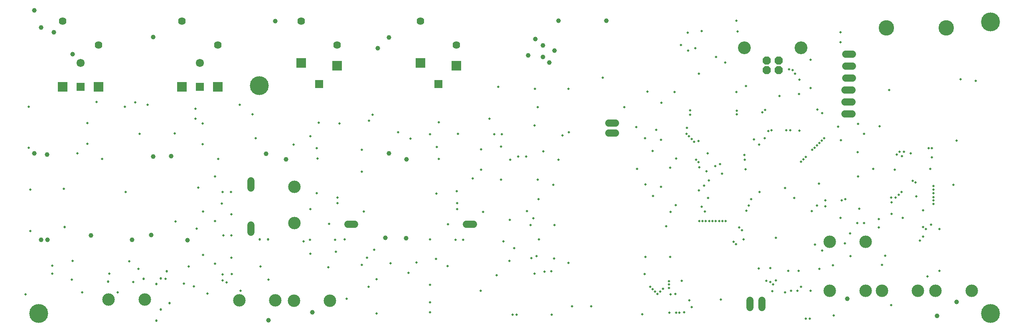
<source format=gbr>
G04 EAGLE Gerber RS-274X export*
G75*
%MOMM*%
%FSLAX34Y34*%
%LPD*%
%INSoldermask Bottom*%
%IPPOS*%
%AMOC8*
5,1,8,0,0,1.08239X$1,22.5*%
G01*
%ADD10C,4.020000*%
%ADD11R,2.120000X2.120000*%
%ADD12R,1.720000X1.720000*%
%ADD13C,1.620000*%
%ADD14C,1.720000*%
%ADD15C,1.520000*%
%ADD16P,1.836166X8X202.500000*%
%ADD17C,2.720000*%
%ADD18C,2.648900*%
%ADD19C,3.270000*%
%ADD20C,0.470000*%
%ADD21C,0.980000*%
%ADD22C,0.520000*%


D10*
X2060000Y660000D03*
X508000Y525000D03*
X40000Y40000D03*
X2060000Y40000D03*
D11*
X673100Y566650D03*
D12*
X635000Y528500D03*
D11*
X596900Y573000D03*
D13*
X596900Y661900D03*
X673100Y611100D03*
D14*
X129000Y573000D03*
D11*
X90900Y522200D03*
D12*
X129000Y522200D03*
D11*
X167100Y522200D03*
D13*
X90900Y662000D03*
X167100Y611100D03*
D11*
X926100Y566650D03*
D12*
X888000Y528500D03*
D11*
X849900Y573000D03*
D13*
X849900Y661900D03*
X926100Y611100D03*
D14*
X382000Y573000D03*
D11*
X343900Y522200D03*
D12*
X382000Y522200D03*
D11*
X420100Y522200D03*
D13*
X343900Y662000D03*
X420100Y611100D03*
D15*
X695900Y230000D02*
X710900Y230000D01*
X947700Y230000D02*
X962700Y230000D01*
X490800Y228500D02*
X490800Y213500D01*
X490600Y307500D02*
X490600Y322500D01*
D16*
X1585500Y557900D03*
X1610500Y557900D03*
X1610500Y577900D03*
X1585500Y577900D03*
D17*
X1658000Y605000D03*
X1538000Y605000D03*
D18*
X658304Y67078D03*
X581596Y67078D03*
X1906304Y89078D03*
X1829596Y89078D03*
D19*
X1966500Y647500D03*
X1839500Y647500D03*
D18*
X2020304Y89078D03*
X1943596Y89078D03*
D15*
X1550000Y68500D02*
X1550000Y53500D01*
X1575400Y53500D02*
X1575400Y68500D01*
D18*
X1795304Y89078D03*
X1718596Y89078D03*
X583078Y232696D03*
X583078Y309404D03*
X542304Y68078D03*
X465596Y68078D03*
X265304Y70078D03*
X188596Y70078D03*
X1795304Y193078D03*
X1718596Y193078D03*
D15*
X1264500Y424000D02*
X1249500Y424000D01*
X1249500Y445000D02*
X1264500Y445000D01*
X1751500Y465000D02*
X1766500Y465000D01*
X1766500Y490400D02*
X1751500Y490400D01*
X1751500Y515800D02*
X1766500Y515800D01*
X1767500Y541200D02*
X1752500Y541200D01*
X1752500Y566600D02*
X1767500Y566600D01*
X1767500Y592000D02*
X1752500Y592000D01*
D20*
X1237000Y542000D03*
X1054000Y38000D03*
D21*
X621000Y43000D03*
D20*
X871000Y198000D03*
X616000Y197000D03*
X908000Y141000D03*
X655000Y139000D03*
X842000Y149000D03*
X885000Y394000D03*
X630000Y392000D03*
X928000Y262000D03*
X1084000Y228000D03*
X979000Y389000D03*
X1058000Y374000D03*
X1164000Y518000D03*
X1099000Y325000D03*
X143000Y401000D03*
X388000Y400000D03*
X449000Y251000D03*
X449000Y159000D03*
X375000Y221000D03*
X398000Y83000D03*
X358000Y140000D03*
X232000Y151000D03*
X112000Y152000D03*
X726000Y388000D03*
X379000Y308000D03*
X617000Y262000D03*
D21*
X528000Y26000D03*
D20*
X1891000Y381000D03*
X1932000Y348000D03*
X1874000Y244000D03*
X1981000Y314000D03*
X1823000Y241000D03*
X1823000Y223000D03*
X1934000Y229000D03*
X1830000Y144000D03*
X1952000Y131000D03*
X1678000Y580000D03*
X1678000Y520000D03*
X1742000Y638000D03*
X1742000Y617000D03*
X1612000Y503000D03*
X1654000Y507000D03*
X1521000Y511000D03*
X1541000Y524000D03*
X1792000Y422000D03*
X1779000Y443000D03*
X1825000Y438000D03*
X1778000Y383000D03*
X1460000Y381000D03*
X1462000Y323000D03*
X1454000Y257000D03*
X1461000Y286000D03*
X1605000Y201000D03*
X1536000Y198000D03*
X1568000Y136000D03*
X1593000Y137000D03*
X1631000Y131000D03*
X1653000Y131000D03*
X1326000Y124500D03*
X1308250Y436250D03*
X1309750Y347750D03*
X1283000Y479000D03*
X1331777Y512146D03*
X1857000Y346000D03*
X1811000Y348000D03*
X1782000Y263000D03*
X1779000Y332000D03*
X1688000Y187000D03*
X1903000Y289000D03*
X2029000Y535000D03*
X1988000Y408000D03*
X1213000Y56000D03*
X1172000Y56000D03*
X1164000Y148000D03*
X1447000Y641000D03*
X1849000Y58000D03*
X1637000Y89000D03*
X1678000Y89000D03*
X1597000Y88000D03*
D21*
X1245000Y663000D03*
D20*
X1742000Y244000D03*
X1697000Y135000D03*
X1045500Y38000D03*
X1165000Y426000D03*
X1111000Y385000D03*
X1041000Y367000D03*
X1040000Y239000D03*
X1039000Y152000D03*
X634000Y446000D03*
X889000Y447000D03*
X630000Y296000D03*
X689000Y198000D03*
X941000Y197000D03*
X787000Y147000D03*
X825000Y127000D03*
X997000Y454000D03*
X871000Y421000D03*
X741000Y450000D03*
X617000Y417000D03*
X979000Y346000D03*
X889000Y369000D03*
X983000Y256000D03*
X1380000Y350000D03*
X884000Y295000D03*
X730000Y257000D03*
X1086000Y158000D03*
X1135000Y228000D03*
X740000Y97000D03*
X1099000Y479000D03*
X1075000Y374000D03*
X656000Y231000D03*
X617000Y167000D03*
X883000Y156000D03*
X909000Y230000D03*
X632000Y370000D03*
X726000Y342000D03*
X1076000Y258000D03*
X1132000Y314000D03*
X1362000Y488000D03*
X1441000Y550000D03*
X511000Y140000D03*
X1093000Y518000D03*
X1015000Y522000D03*
X388000Y444000D03*
X175000Y369000D03*
X421000Y369000D03*
X143000Y445000D03*
X430000Y299000D03*
X448000Y299000D03*
X414000Y332000D03*
X389000Y257000D03*
X414000Y237000D03*
X389000Y165000D03*
X432000Y206000D03*
X449000Y206000D03*
X468000Y89000D03*
X430000Y111000D03*
X369000Y98000D03*
X348000Y104000D03*
X12000Y81000D03*
X110000Y112000D03*
X132000Y85000D03*
X208000Y85000D03*
X241000Y107000D03*
X252000Y135000D03*
X925000Y197000D03*
X1381000Y256000D03*
X1488000Y70000D03*
X669000Y197000D03*
X581000Y399000D03*
X122000Y381000D03*
X501000Y413000D03*
X19000Y393000D03*
X749000Y463000D03*
X930000Y422000D03*
X494000Y464000D03*
X678000Y444000D03*
X329000Y423000D03*
X829000Y412000D03*
X254000Y422000D03*
X803000Y426000D03*
X19000Y480000D03*
X223000Y480000D03*
X271000Y484000D03*
X467000Y484000D03*
X674000Y287000D03*
X927000Y300000D03*
X978000Y89000D03*
X1012000Y122000D03*
X694000Y72000D03*
X752000Y176000D03*
D22*
X263000Y114000D03*
X187000Y108000D03*
D20*
X69000Y125000D03*
X190000Y125000D03*
X309000Y114000D03*
X757000Y40000D03*
X757000Y113000D03*
X602000Y193500D03*
X726000Y144000D03*
X69000Y142000D03*
X93000Y305000D03*
X22000Y216000D03*
X22000Y304000D03*
X871000Y43000D03*
X871000Y101000D03*
X871000Y64000D03*
X225000Y299000D03*
X330000Y236000D03*
X674000Y275000D03*
X928000Y275000D03*
X961000Y327000D03*
X163000Y490000D03*
X245000Y489000D03*
X373000Y476000D03*
X373000Y454000D03*
D21*
X31000Y381000D03*
X523000Y380000D03*
X31000Y685000D03*
X1124000Y574000D03*
X542000Y662000D03*
X283000Y374000D03*
X783000Y381000D03*
X783000Y627000D03*
X283000Y628000D03*
X1110000Y586000D03*
X776000Y201000D03*
X760000Y604000D03*
X1135000Y599000D03*
X45000Y197000D03*
X45000Y648000D03*
X1110000Y610000D03*
X151000Y206000D03*
X72000Y638000D03*
X1094000Y624000D03*
X279000Y207000D03*
X112000Y592000D03*
X1079000Y589000D03*
D20*
X1710000Y268000D03*
X1023000Y421000D03*
X1710000Y281000D03*
X1152000Y419000D03*
X671000Y172000D03*
X737000Y159000D03*
X1007000Y421000D03*
X1677000Y29000D03*
X1692000Y270000D03*
X1497540Y573881D03*
X1538000Y377000D03*
X1452000Y312000D03*
X1418000Y599000D03*
X1457000Y343000D03*
X1434000Y604000D03*
X1539000Y367000D03*
X1478000Y586000D03*
X1476000Y354000D03*
X1403000Y611000D03*
X1485751Y357566D03*
X1417950Y637050D03*
X1668000Y29000D03*
X1681000Y258000D03*
D21*
X1988000Y65000D03*
X1143000Y663000D03*
D20*
X1521000Y663000D03*
D21*
X821000Y368000D03*
X565000Y368000D03*
X321000Y375000D03*
X58000Y378000D03*
X59000Y197000D03*
X238000Y197000D03*
X356000Y196000D03*
X820000Y200000D03*
D20*
X1792000Y233000D03*
X1416000Y435000D03*
X1743000Y409000D03*
X1736480Y437520D03*
X1569000Y399000D03*
X1570000Y299000D03*
X1114000Y129000D03*
X1134000Y157000D03*
X1092000Y125000D03*
X1090000Y243000D03*
X1442000Y351000D03*
X1441000Y302000D03*
X429000Y274000D03*
X430000Y123000D03*
X528000Y112150D03*
X414000Y146000D03*
D22*
X299000Y49000D03*
X299000Y115000D03*
D20*
X1092000Y440000D03*
X1128000Y130000D03*
X1143000Y367000D03*
X1021500Y324500D03*
X1021000Y395000D03*
X1097000Y162000D03*
X1102000Y198000D03*
X1101000Y283000D03*
X1049000Y179000D03*
X1026000Y194000D03*
X450000Y124000D03*
X439000Y106540D03*
X1520000Y188000D03*
X1426000Y54000D03*
X1527000Y223000D03*
X1381000Y81000D03*
X1533000Y217000D03*
X1391000Y82000D03*
X1378000Y95000D03*
X1542000Y259000D03*
X1378000Y102000D03*
X1547000Y270000D03*
X1378000Y109000D03*
X1552000Y283000D03*
X1498000Y237000D03*
X1658000Y363000D03*
X1491000Y237000D03*
X1663000Y368000D03*
X1484000Y237000D03*
X1668000Y373000D03*
X1477000Y237000D03*
X1682000Y388000D03*
X1470000Y237000D03*
X1687000Y393000D03*
X1463000Y237000D03*
X1692000Y398000D03*
X1456000Y237000D03*
X1697000Y403000D03*
X1449000Y237000D03*
X1702000Y408000D03*
X1442000Y237000D03*
X1707000Y413000D03*
X1353000Y82000D03*
X1420000Y417000D03*
X1365000Y93000D03*
X1431000Y405000D03*
X1338000Y97000D03*
X1522000Y471000D03*
X1423000Y472000D03*
X1582000Y473000D03*
X1343000Y92000D03*
X1576000Y468000D03*
X1522000Y464000D03*
X1423000Y463000D03*
X1348000Y87000D03*
X1415000Y422000D03*
X1359000Y87000D03*
X1426000Y411000D03*
X1435000Y367000D03*
X1399499Y42209D03*
X1627000Y430000D03*
X1393000Y42000D03*
X1440000Y362000D03*
X1410000Y43000D03*
X1379000Y42000D03*
X1635000Y430000D03*
X1939000Y288000D03*
X1926000Y119000D03*
X1593000Y107000D03*
X1581000Y413000D03*
X1939000Y273000D03*
X1917000Y204000D03*
X1939000Y280500D03*
X1923000Y220000D03*
X1917000Y260000D03*
X1917000Y224000D03*
X1584000Y110000D03*
X1558000Y410000D03*
X1658000Y97000D03*
X1655000Y429000D03*
X1624000Y307000D03*
X1624000Y85000D03*
X1650000Y89000D03*
X1644000Y286000D03*
X1515000Y193000D03*
X1421000Y68000D03*
X1447000Y267000D03*
X1440000Y407000D03*
X1599000Y102000D03*
X1588460Y428540D03*
X1605000Y111000D03*
X1595000Y430000D03*
X1328000Y161000D03*
X1380000Y161000D03*
X1405000Y110000D03*
X1321000Y39000D03*
D21*
X1947000Y35000D03*
D20*
X1372000Y226000D03*
X1523000Y640000D03*
X1703000Y174000D03*
D21*
X1756000Y72000D03*
D20*
X1129000Y38000D03*
X1328000Y315000D03*
X1327000Y413000D03*
X1392000Y271000D03*
X1751000Y189000D03*
X1939000Y311000D03*
X1702632Y465924D03*
X1939000Y296000D03*
X1540000Y347000D03*
X1939000Y303500D03*
X1490279Y337399D03*
X1655000Y537000D03*
X1952000Y220000D03*
X1752000Y283000D03*
X1850000Y277000D03*
X1850000Y252000D03*
X1876540Y384000D03*
X1867460Y384000D03*
X1872000Y375000D03*
X1861000Y378000D03*
X1895250Y322000D03*
X1929000Y392000D03*
X1900750Y319000D03*
X1935500Y392000D03*
X1935500Y372000D03*
X1871000Y299000D03*
X1997000Y538000D03*
X1865000Y293000D03*
X1845000Y515000D03*
X1393000Y370000D03*
X1390000Y511000D03*
X1859028Y286750D03*
X1910000Y195000D03*
X1849000Y287000D03*
X1837000Y163000D03*
X1744000Y281000D03*
X1777000Y233000D03*
X1645500Y550000D03*
X1633000Y559000D03*
X1640000Y558000D03*
X1361000Y409500D03*
X1361000Y310000D03*
X1351000Y431000D03*
X1344000Y290000D03*
X1343000Y386000D03*
X1726000Y143000D03*
X1727000Y36000D03*
D22*
X527000Y198000D03*
X509000Y198000D03*
X318000Y62000D03*
X312000Y130000D03*
X95000Y224040D03*
X290000Y25000D03*
X290000Y103000D03*
D20*
X1762000Y211000D03*
X1696000Y316000D03*
X1763000Y162000D03*
X1693000Y474000D03*
M02*

</source>
